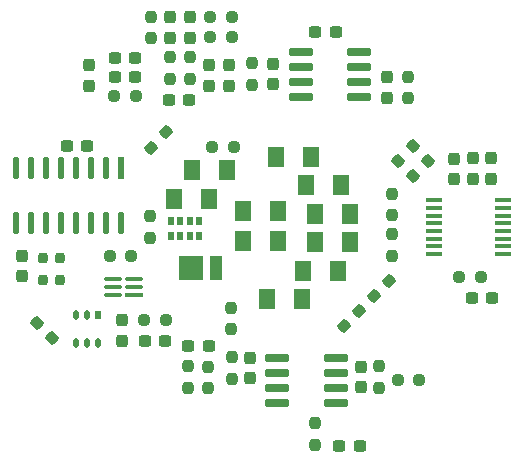
<source format=gbr>
%TF.GenerationSoftware,KiCad,Pcbnew,(6.0.4-0)*%
%TF.CreationDate,2022-12-23T16:58:16+01:00*%
%TF.ProjectId,RoundScanner,526f756e-6453-4636-916e-6e65722e6b69,2*%
%TF.SameCoordinates,Original*%
%TF.FileFunction,Paste,Top*%
%TF.FilePolarity,Positive*%
%FSLAX46Y46*%
G04 Gerber Fmt 4.6, Leading zero omitted, Abs format (unit mm)*
G04 Created by KiCad (PCBNEW (6.0.4-0)) date 2022-12-23 16:58:16*
%MOMM*%
%LPD*%
G01*
G04 APERTURE LIST*
G04 Aperture macros list*
%AMRoundRect*
0 Rectangle with rounded corners*
0 $1 Rounding radius*
0 $2 $3 $4 $5 $6 $7 $8 $9 X,Y pos of 4 corners*
0 Add a 4 corners polygon primitive as box body*
4,1,4,$2,$3,$4,$5,$6,$7,$8,$9,$2,$3,0*
0 Add four circle primitives for the rounded corners*
1,1,$1+$1,$2,$3*
1,1,$1+$1,$4,$5*
1,1,$1+$1,$6,$7*
1,1,$1+$1,$8,$9*
0 Add four rect primitives between the rounded corners*
20,1,$1+$1,$2,$3,$4,$5,0*
20,1,$1+$1,$4,$5,$6,$7,0*
20,1,$1+$1,$6,$7,$8,$9,0*
20,1,$1+$1,$8,$9,$2,$3,0*%
G04 Aperture macros list end*
%ADD10RoundRect,0.250001X0.462499X0.624999X-0.462499X0.624999X-0.462499X-0.624999X0.462499X-0.624999X0*%
%ADD11RoundRect,0.237500X-0.237500X0.300000X-0.237500X-0.300000X0.237500X-0.300000X0.237500X0.300000X0*%
%ADD12RoundRect,0.237500X0.237500X-0.300000X0.237500X0.300000X-0.237500X0.300000X-0.237500X-0.300000X0*%
%ADD13RoundRect,0.237500X0.344715X-0.008839X-0.008839X0.344715X-0.344715X0.008839X0.008839X-0.344715X0*%
%ADD14RoundRect,0.237500X-0.237500X0.250000X-0.237500X-0.250000X0.237500X-0.250000X0.237500X0.250000X0*%
%ADD15R,1.510292X0.412132*%
%ADD16RoundRect,0.206066X0.549080X0.000000X-0.549080X0.000000X-0.549080X0.000000X0.549080X0.000000X0*%
%ADD17RoundRect,0.237500X0.237500X-0.250000X0.237500X0.250000X-0.237500X0.250000X-0.237500X-0.250000X0*%
%ADD18RoundRect,0.237500X0.250000X0.237500X-0.250000X0.237500X-0.250000X-0.237500X0.250000X-0.237500X0*%
%ADD19RoundRect,0.237500X0.300000X0.237500X-0.300000X0.237500X-0.300000X-0.237500X0.300000X-0.237500X0*%
%ADD20R,0.543390X1.874066*%
%ADD21RoundRect,0.271695X0.000000X0.665338X0.000000X-0.665338X0.000000X-0.665338X0.000000X0.665338X0*%
%ADD22RoundRect,0.042000X-0.943000X-0.258000X0.943000X-0.258000X0.943000X0.258000X-0.943000X0.258000X0*%
%ADD23RoundRect,0.237500X-0.250000X-0.237500X0.250000X-0.237500X0.250000X0.237500X-0.250000X0.237500X0*%
%ADD24RoundRect,0.237500X0.008839X0.344715X-0.344715X-0.008839X-0.008839X-0.344715X0.344715X0.008839X0*%
%ADD25RoundRect,0.200000X0.200000X0.250000X-0.200000X0.250000X-0.200000X-0.250000X0.200000X-0.250000X0*%
%ADD26R,0.550000X0.800000*%
%ADD27O,0.550000X0.800000*%
%ADD28RoundRect,0.042000X0.943000X0.258000X-0.943000X0.258000X-0.943000X-0.258000X0.943000X-0.258000X0*%
%ADD29RoundRect,0.250001X-0.462499X-0.624999X0.462499X-0.624999X0.462499X0.624999X-0.462499X0.624999X0*%
%ADD30RoundRect,0.237500X-0.300000X-0.237500X0.300000X-0.237500X0.300000X0.237500X-0.300000X0.237500X0*%
%ADD31R,2.100000X2.100000*%
%ADD32R,1.000000X2.100000*%
%ADD33R,1.475000X0.450000*%
%ADD34R,0.590000X0.690000*%
G04 APERTURE END LIST*
D10*
%TO.C,D8*%
X93562500Y-101727000D03*
X90587500Y-101727000D03*
%TD*%
D11*
%TO.C,C7*%
X86614000Y-94006500D03*
X86614000Y-95731500D03*
%TD*%
D12*
%TO.C,C13*%
X69088000Y-111860500D03*
X69088000Y-110135500D03*
%TD*%
D13*
%TO.C,R29*%
X103515235Y-102118235D03*
X102224765Y-100827765D03*
%TD*%
D14*
%TO.C,R1*%
X101784000Y-94972500D03*
X101784000Y-96797500D03*
%TD*%
D11*
%TO.C,C3*%
X90354000Y-93879500D03*
X90354000Y-95604500D03*
%TD*%
D12*
%TO.C,C5*%
X81661000Y-91667500D03*
X81661000Y-89942500D03*
%TD*%
D15*
%TO.C,Q1*%
X78624919Y-113426000D03*
D16*
X78624919Y-112776000D03*
X78624919Y-112126000D03*
X76823081Y-112126000D03*
X76823081Y-112776000D03*
X76823081Y-113426000D03*
%TD*%
D17*
%TO.C,R16*%
X93896999Y-126122497D03*
X93896999Y-124297497D03*
%TD*%
D18*
%TO.C,R4*%
X86891500Y-89916000D03*
X85066500Y-89916000D03*
%TD*%
D17*
%TO.C,R13*%
X86781000Y-116331500D03*
X86781000Y-114506500D03*
%TD*%
D11*
%TO.C,C20*%
X77597000Y-115596500D03*
X77597000Y-117321500D03*
%TD*%
D18*
%TO.C,R7*%
X81303500Y-115570000D03*
X79478500Y-115570000D03*
%TD*%
D14*
%TO.C,R6*%
X83312000Y-93321500D03*
X83312000Y-95146500D03*
%TD*%
D11*
%TO.C,C2*%
X100006000Y-95022500D03*
X100006000Y-96747500D03*
%TD*%
%TO.C,C14*%
X108839000Y-101880500D03*
X108839000Y-103605500D03*
%TD*%
D10*
%TO.C,D12*%
X90766000Y-108839000D03*
X87791000Y-108839000D03*
%TD*%
%TO.C,D10*%
X96864500Y-106553000D03*
X93889500Y-106553000D03*
%TD*%
%TO.C,D5*%
X95848500Y-111379000D03*
X92873500Y-111379000D03*
%TD*%
D19*
%TO.C,C16*%
X97709500Y-126259999D03*
X95984500Y-126259999D03*
%TD*%
D10*
%TO.C,D9*%
X96102500Y-104140000D03*
X93127500Y-104140000D03*
%TD*%
D12*
%TO.C,C17*%
X105731000Y-103631500D03*
X105731000Y-101906500D03*
%TD*%
D20*
%TO.C,U2*%
X77470000Y-102694433D03*
D21*
X76200000Y-102694433D03*
X74930000Y-102694433D03*
X73660000Y-102694433D03*
X72390000Y-102694433D03*
X71120000Y-102694433D03*
X69850000Y-102694433D03*
X68580000Y-102694433D03*
X68580000Y-107326567D03*
X69850000Y-107326567D03*
X71120000Y-107326567D03*
X72390000Y-107326567D03*
X73660000Y-107326567D03*
X74930000Y-107326567D03*
X76200000Y-107326567D03*
X77470000Y-107326567D03*
%TD*%
D17*
%TO.C,R2*%
X88576000Y-95654500D03*
X88576000Y-93829500D03*
%TD*%
D22*
%TO.C,U4*%
X90736663Y-118745000D03*
X90736663Y-120015000D03*
X90736663Y-121285000D03*
X90736663Y-122555000D03*
X95676663Y-122555000D03*
X95676663Y-121285000D03*
X95676663Y-120015000D03*
X95676663Y-118745000D03*
%TD*%
D10*
%TO.C,D4*%
X92800500Y-113792000D03*
X89825500Y-113792000D03*
%TD*%
D17*
%TO.C,R12*%
X83185000Y-121308500D03*
X83185000Y-119483500D03*
%TD*%
D19*
%TO.C,C11*%
X84927474Y-117725423D03*
X83202474Y-117725423D03*
%TD*%
D11*
%TO.C,C6*%
X84963000Y-94006500D03*
X84963000Y-95731500D03*
%TD*%
D18*
%TO.C,R28*%
X87023500Y-100889000D03*
X85198500Y-100889000D03*
%TD*%
D23*
%TO.C,R14*%
X100930163Y-120650000D03*
X102755163Y-120650000D03*
%TD*%
%TO.C,R8*%
X76557500Y-110109000D03*
X78382500Y-110109000D03*
%TD*%
D24*
%TO.C,R26*%
X100213235Y-112257765D03*
X98922765Y-113548235D03*
%TD*%
D11*
%TO.C,C10*%
X74803000Y-94006500D03*
X74803000Y-95731500D03*
%TD*%
D25*
%TO.C,X1*%
X72353000Y-112177000D03*
X72353000Y-110327000D03*
X70903000Y-110327000D03*
X70903000Y-112177000D03*
%TD*%
D13*
%TO.C,R18*%
X71638235Y-117104235D03*
X70347765Y-115813765D03*
%TD*%
D11*
%TO.C,C15*%
X107315000Y-101880500D03*
X107315000Y-103605500D03*
%TD*%
D17*
%TO.C,R31*%
X100457000Y-106703500D03*
X100457000Y-104878500D03*
%TD*%
D26*
%TO.C,U7*%
X75562501Y-115141500D03*
D27*
X74612500Y-115141500D03*
X73662499Y-115141500D03*
X73662499Y-117541500D03*
X74612500Y-117541500D03*
X75562501Y-117541500D03*
%TD*%
D28*
%TO.C,U1*%
X97650000Y-96647000D03*
X97650000Y-95377000D03*
X97650000Y-94107000D03*
X97650000Y-92837000D03*
X92710000Y-92837000D03*
X92710000Y-94107000D03*
X92710000Y-95377000D03*
X92710000Y-96647000D03*
%TD*%
D14*
%TO.C,R11*%
X84836000Y-119507000D03*
X84836000Y-121332000D03*
%TD*%
D29*
%TO.C,D1*%
X87793500Y-106299000D03*
X90768500Y-106299000D03*
%TD*%
D30*
%TO.C,C8*%
X81560500Y-96901000D03*
X83285500Y-96901000D03*
%TD*%
%TO.C,C9*%
X72924500Y-100838000D03*
X74649500Y-100838000D03*
%TD*%
D17*
%TO.C,R19*%
X79981000Y-108581500D03*
X79981000Y-106756500D03*
%TD*%
D31*
%TO.C,D3*%
X83391000Y-111125000D03*
D32*
X85561000Y-111125000D03*
%TD*%
D30*
%TO.C,C22*%
X76988500Y-94996000D03*
X78713500Y-94996000D03*
%TD*%
D24*
%TO.C,R27*%
X81290235Y-99684765D03*
X79999765Y-100975235D03*
%TD*%
D10*
%TO.C,D11*%
X96864500Y-108966000D03*
X93889500Y-108966000D03*
%TD*%
D19*
%TO.C,C23*%
X78713500Y-93397300D03*
X76988500Y-93397300D03*
%TD*%
D14*
%TO.C,R10*%
X99302663Y-119483500D03*
X99302663Y-121308500D03*
%TD*%
D19*
%TO.C,C1*%
X95661500Y-91186000D03*
X93936500Y-91186000D03*
%TD*%
D33*
%TO.C,U5*%
X109872000Y-109971000D03*
X109872000Y-109321000D03*
X109872000Y-108671000D03*
X109872000Y-108021000D03*
X109872000Y-107371000D03*
X109872000Y-106721000D03*
X109872000Y-106071000D03*
X109872000Y-105421000D03*
X103996000Y-105421000D03*
X103996000Y-106071000D03*
X103996000Y-106721000D03*
X103996000Y-107371000D03*
X103996000Y-108021000D03*
X103996000Y-108671000D03*
X103996000Y-109321000D03*
X103996000Y-109971000D03*
%TD*%
D30*
%TO.C,C18*%
X107214500Y-113665000D03*
X108939500Y-113665000D03*
%TD*%
D14*
%TO.C,R17*%
X81661000Y-93321500D03*
X81661000Y-95146500D03*
%TD*%
D11*
%TO.C,C4*%
X83312000Y-89942500D03*
X83312000Y-91667500D03*
%TD*%
D10*
%TO.C,D7*%
X86450500Y-102870000D03*
X83475500Y-102870000D03*
%TD*%
D13*
%TO.C,R30*%
X102245235Y-103388235D03*
X100954765Y-102097765D03*
%TD*%
D34*
%TO.C,U6*%
X81731000Y-108463000D03*
X82531000Y-108463000D03*
X83331000Y-108463000D03*
X84131000Y-108463000D03*
X84131000Y-107183000D03*
X83331000Y-107183000D03*
X82531000Y-107183000D03*
X81731000Y-107183000D03*
%TD*%
D12*
%TO.C,C21*%
X97778663Y-121258500D03*
X97778663Y-119533500D03*
%TD*%
D18*
%TO.C,R3*%
X86891500Y-91567000D03*
X85066500Y-91567000D03*
%TD*%
D14*
%TO.C,R5*%
X80010000Y-89892500D03*
X80010000Y-91717500D03*
%TD*%
D18*
%TO.C,R24*%
X107973500Y-111887000D03*
X106148500Y-111887000D03*
%TD*%
D12*
%TO.C,C12*%
X88392000Y-120496500D03*
X88392000Y-118771500D03*
%TD*%
D24*
%TO.C,R25*%
X97673235Y-114797765D03*
X96382765Y-116088235D03*
%TD*%
D30*
%TO.C,C19*%
X79528500Y-117348000D03*
X81253500Y-117348000D03*
%TD*%
D23*
%TO.C,R15*%
X76938500Y-96597700D03*
X78763500Y-96597700D03*
%TD*%
D29*
%TO.C,D6*%
X81951500Y-105283000D03*
X84926500Y-105283000D03*
%TD*%
D17*
%TO.C,R9*%
X86868000Y-120546500D03*
X86868000Y-118721500D03*
%TD*%
D14*
%TO.C,R32*%
X100457000Y-108307500D03*
X100457000Y-110132500D03*
%TD*%
M02*

</source>
